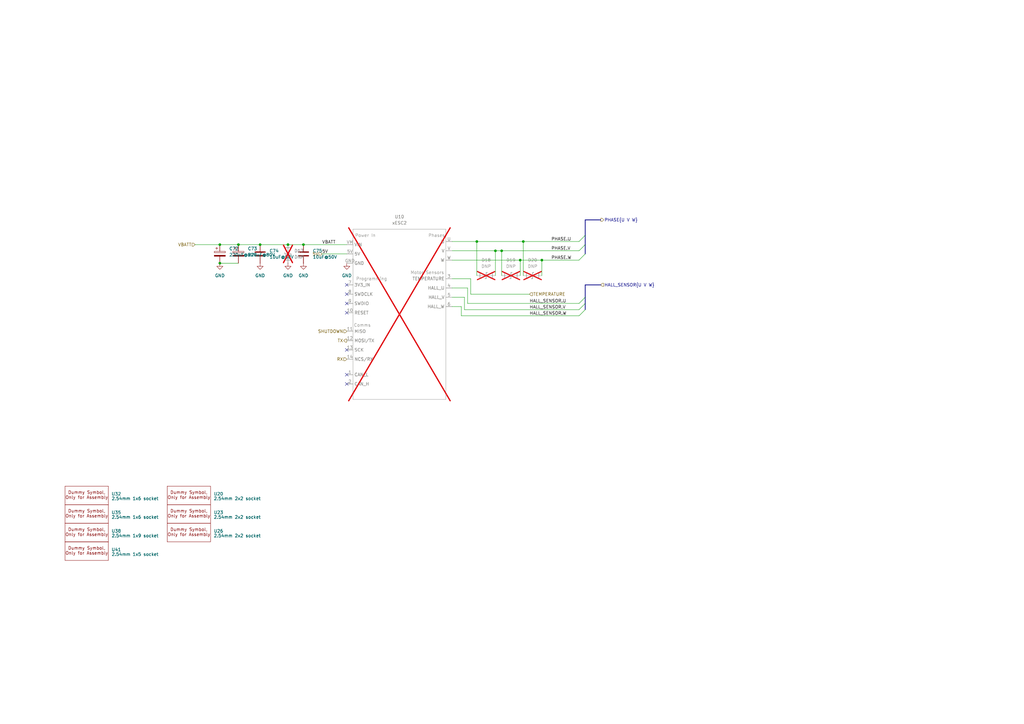
<source format=kicad_sch>
(kicad_sch (version 20250114) (generator "eeschema") (generator_version "9.0")
  (paper "A3")
  (title_block (title "OpenMower SABO Mainboard for Series I & II") (date "2025-02-26") (rev "v0.1") (company "Apeheanger <joerg@ebeling.ws> for OpenMower") (comment 1 "This design is licensed under CC BY-NC 4.0"))
  (lib_symbols
    (symbol "Device:C" (pin_numbers (hide yes)) (pin_names (offset 0.254))
      (property "Reference" "C" (at 0.635 2.54 0))
      (property "Value" "C" (at 0.635 -2.54 0))
      (symbol "C_0_1"
        (polyline (pts (xy -2.032 0.762) (xy 2.032 0.762)) (stroke (width 0.508)))
        (polyline (pts (xy -2.032 -0.762) (xy 2.032 -0.762)) (stroke (width 0.508)))
      )
      (symbol "C_1_1"
        (pin passive line (at 0 3.81 270) (length 2.794) (name "~") (number "1"))
        (pin passive line (at 0 -3.81 90) (length 2.794) (name "~") (number "2"))
      )
    )
    (symbol "Device:C_Polarized" (pin_numbers (hide yes)) (pin_names (offset 0.254))
      (property "Reference" "C" (at 0.635 2.54 0))
      (property "Value" "C_Polarized" (at 0.635 -2.54 0))
      (symbol "C_Polarized_0_1"
        (rectangle (start -2.286 0.508) (end 2.286 1.016))
        (polyline (pts (xy -1.778 2.286) (xy -0.762 2.286)))
        (polyline (pts (xy -1.27 2.794) (xy -1.27 1.778)))
        (rectangle (start 2.286 -0.508) (end -2.286 -1.016) (fill (type outline)))
      )
      (symbol "C_Polarized_1_1"
        (pin passive line (at 0 3.81 270) (length 2.794) (name "~") (number "1"))
        (pin passive line (at 0 -3.81 90) (length 2.794) (name "~") (number "2"))
      )
    )
    (symbol "Device:D_TVS" (pin_numbers (hide yes)) (pin_names (offset 1.016) (hide yes))
      (property "Reference" "D" (at 0 2.54 0))
      (property "Value" "D_TVS" (at 0 -2.54 0))
      (symbol "D_TVS_0_1"
        (polyline (pts (xy -2.54 1.27) (xy -2.54 -1.27) (xy 2.54 1.27) (xy 2.54 -1.27) (xy -2.54 1.27)) (stroke (width 0.254)))
        (polyline (pts (xy 0.508 1.27) (xy 0 1.27) (xy 0 -1.27) (xy -0.508 -1.27)) (stroke (width 0.254)))
        (polyline (pts (xy 1.27 0) (xy -1.27 0)))
      )
      (symbol "D_TVS_1_1"
        (pin passive line (at -3.81 0 0) (length 2.54) (name "A1") (number "1"))
        (pin passive line (at 3.81 0 180) (length 2.54) (name "A2") (number "2"))
      )
    )
    (symbol "power:GND" (power) (pin_numbers (hide yes)) (pin_names (offset 0) (hide yes))
      (property "Value" "GND" (at 0 -3.81 0))
      (symbol "GND_0_1"
        (polyline (pts (xy 0 0) (xy 0 -1.27) (xy 1.27 -1.27) (xy 0 -2.54) (xy -1.27 -1.27) (xy 0 -1.27)))
      )
      (symbol "GND_1_1"
        (pin power_in line (at 0 0 270) (length 0) (name "~") (number "1"))
      )
    )
    (symbol "xESC2:xESC2"
      (property "Reference" "U" (at -2.54 -22.86 0))
      (property "Value" "xESC2" (at -2.54 -25.4 0))
      (symbol "xESC2_0_0"
        (text "Comms" (at -17.78 10.16 0) (effects (font (size 1.27 1.27))))
        (text "Power In" (at -16.51 46.99 0) (effects (font (size 1.27 1.27))))
        (text "Programming" (at -13.97 29.21 0) (effects (font (size 1.27 1.27))))
        (text "Motor Sensors" (at 8.89 31.75 0) (effects (font (size 1.27 1.27))))
        (text "Phases" (at 12.7 46.99 0) (effects (font (size 1.27 1.27))))
      )
      (symbol "xESC2_0_1"
        (rectangle (start -21.59 49.53) (end 16.51 -20.32))
      )
      (symbol "xESC2_1_1"
        (pin input line (at -24.13 43.18 0) (length 2.54) (name "VIN") (number "VM"))
        (pin input line (at -24.13 39.37 0) (length 2.54) (name "5V") (number "5V"))
        (pin input line (at -24.13 35.56 0) (length 2.54) (name "GND") (number "GND"))
        (pin input line (at -24.13 26.67 0) (length 2.54) (name "3V3_IN") (number "7"))
        (pin input line (at -24.13 22.86 0) (length 2.54) (name "SWDCLK") (number "8"))
        (pin input line (at -24.13 19.05 0) (length 2.54) (name "SWDIO") (number "9"))
        (pin input line (at -24.13 15.24 0) (length 2.54) (name "RESET") (number "10"))
        (pin input line (at -24.13 7.62 0) (length 2.54) (name "MISO") (number "11"))
        (pin input line (at -24.13 3.81 0) (length 2.54) (name "MOSI/TX") (number "12"))
        (pin input line (at -24.13 0 0) (length 2.54) (name "SCK") (number "13"))
        (pin input line (at -24.13 -3.81 0) (length 2.54) (name "NCS/RX") (number "14"))
        (pin input line (at -24.13 -10.16 0) (length 2.54) (name "CAN_L") (number "1"))
        (pin input line (at -24.13 -13.97 0) (length 2.54) (name "CAN_H") (number "2"))
        (pin output line (at 19.05 44.45 180) (length 2.54) (name "U") (number "U"))
        (pin output line (at 19.05 40.64 180) (length 2.54) (name "V") (number "V"))
        (pin output line (at 19.05 36.83 180) (length 2.54) (name "W") (number "W"))
        (pin input line (at 19.05 29.21 180) (length 2.54) (name "TEMPERATURE") (number "3"))
        (pin input line (at 19.05 25.4 180) (length 2.54) (name "HALL_U") (number "4"))
        (pin input line (at 19.05 21.59 180) (length 2.54) (name "HALL_V") (number "5"))
        (pin input line (at 19.05 17.78 180) (length 2.54) (name "HALL_W") (number "6"))
      )
    )
    (symbol "xtech:Dummy"
      (property "Reference" "U" (at 0 0 0))
      (symbol "Dummy_0_1"
        (rectangle (start 0 7.62) (end 17.78 0))
      )
      (symbol "Dummy_1_1"
        (text "Dummy Symbol,\nOnly for Assembly" (at 8.89 4.064 0) (effects (font (size 1.27 1.27))))
      )
    )
  )
  (junction (at 203.2 102.87))
  (junction (at 124.46 100.33))
  (junction (at 118.11 100.33))
  (junction (at 106.68 100.33))
  (junction (at 97.79 100.33))
  (junction (at 214.63 99.06))
  (junction (at 195.58 99.06))
  (junction (at 205.74 102.87))
  (junction (at 90.17 100.33))
  (junction (at 213.36 106.68))
  (junction (at 222.25 106.68))
  (junction (at 90.17 107.95))
  (no_connect (at 142.24 120.65))
  (no_connect (at 142.24 153.67))
  (no_connect (at 142.24 143.51))
  (no_connect (at 142.24 128.27))
  (no_connect (at 142.24 116.84))
  (no_connect (at 142.24 124.46))
  (no_connect (at 142.24 157.48))
  (bus_entry (at 237.49 102.87) (size 2.54 -2.54))
  (bus_entry (at 237.49 127) (size 2.54 -2.54))
  (bus_entry (at 237.49 129.54) (size 2.54 -2.54))
  (bus_entry (at 237.49 99.06) (size 2.54 -2.54))
  (bus_entry (at 237.49 106.68) (size 2.54 -2.54))
  (bus_entry (at 237.49 124.46) (size 2.54 -2.54))
  (wire (pts (xy 205.74 102.87) (xy 205.74 113.03)))
  (wire (pts (xy 203.2 102.87) (xy 203.2 113.03)))
  (bus (pts (xy 240.03 116.84) (xy 246.38 116.84)))
  (wire (pts (xy 185.42 102.87) (xy 203.2 102.87)))
  (wire (pts (xy 189.23 125.73) (xy 189.23 129.54)))
  (bus (pts (xy 240.03 96.52) (xy 240.03 100.33)))
  (wire (pts (xy 214.63 99.06) (xy 237.49 99.06)))
  (wire (pts (xy 195.58 99.06) (xy 214.63 99.06)))
  (wire (pts (xy 132.08 104.14) (xy 142.24 104.14)))
  (wire (pts (xy 203.2 102.87) (xy 205.74 102.87)))
  (wire (pts (xy 90.17 100.33) (xy 97.79 100.33)))
  (wire (pts (xy 222.25 106.68) (xy 237.49 106.68)))
  (wire (pts (xy 80.01 100.33) (xy 90.17 100.33)))
  (wire (pts (xy 191.77 118.11) (xy 191.77 124.46)))
  (wire (pts (xy 214.63 99.06) (xy 214.63 113.03)))
  (wire (pts (xy 185.42 125.73) (xy 189.23 125.73)))
  (wire (pts (xy 190.5 127) (xy 237.49 127)))
  (wire (pts (xy 189.23 129.54) (xy 237.49 129.54)))
  (bus (pts (xy 240.03 121.92) (xy 240.03 116.84)))
  (wire (pts (xy 97.79 100.33) (xy 106.68 100.33)))
  (wire (pts (xy 185.42 106.68) (xy 213.36 106.68)))
  (wire (pts (xy 222.25 106.68) (xy 222.25 113.03)))
  (bus (pts (xy 240.03 127) (xy 240.03 124.46)))
  (wire (pts (xy 124.46 100.33) (xy 142.24 100.33)))
  (bus (pts (xy 246.38 90.17) (xy 240.03 90.17)))
  (wire (pts (xy 118.11 100.33) (xy 124.46 100.33)))
  (wire (pts (xy 106.68 100.33) (xy 118.11 100.33)))
  (wire (pts (xy 190.5 121.92) (xy 190.5 127)))
  (wire (pts (xy 185.42 99.06) (xy 195.58 99.06)))
  (wire (pts (xy 195.58 99.06) (xy 195.58 113.03)))
  (wire (pts (xy 213.36 113.03) (xy 213.36 106.68)))
  (bus (pts (xy 240.03 100.33) (xy 240.03 104.14)))
  (wire (pts (xy 191.77 124.46) (xy 237.49 124.46)))
  (wire (pts (xy 193.04 114.3) (xy 193.04 120.65)))
  (wire (pts (xy 185.42 114.3) (xy 193.04 114.3)))
  (bus (pts (xy 240.03 90.17) (xy 240.03 96.52)))
  (wire (pts (xy 90.17 107.95) (xy 97.79 107.95)))
  (wire (pts (xy 185.42 121.92) (xy 190.5 121.92)))
  (bus (pts (xy 240.03 124.46) (xy 240.03 121.92)))
  (wire (pts (xy 213.36 106.68) (xy 222.25 106.68)))
  (wire (pts (xy 193.04 120.65) (xy 217.17 120.65)))
  (wire (pts (xy 205.74 102.87) (xy 237.49 102.87)))
  (wire (pts (xy 185.42 118.11) (xy 191.77 118.11)))
  (label "HALL_SENSOR.W" (at 217.17 129.54 0))
  (label "PHASE.W" (at 226.06 106.68 0))
  (label "HALL_SENSOR.U" (at 217.17 124.46 0))
  (label "5V" (at 132.08 104.14 0))
  (label "PHASE.V" (at 226.06 102.87 0))
  (label "PHASE.U" (at 226.06 99.06 0))
  (label "VBATT" (at 132.08 100.33 0))
  (label "HALL_SENSOR.V" (at 217.17 127 0))
  (hierarchical_label "PHASE{U V W}" (shape output) (at 246.38 90.17 0))
  (hierarchical_label "5V" (shape input) (at 132.08 104.14 180))
  (hierarchical_label "RX" (shape input) (at 142.24 147.32 180))
  (hierarchical_label "HALL_SENSOR{U V W}" (shape input) (at 246.38 116.84 0))
  (hierarchical_label "TEMPERATURE" (shape input) (at 217.17 120.65 0))
  (hierarchical_label "VBATT" (shape input) (at 80.01 100.33 180))
  (hierarchical_label "SHUTDOWN" (shape input) (at 142.24 135.89 180))
  (hierarchical_label "TX" (shape output) (at 142.24 139.7 180))
  (symbol (lib_id "xtech:Dummy") (at 26.67 229.87 0) (unit 1)
    (property "Reference" "U39" (at 45.72 225.4249 0) (effects (justify left)))
    (property "Value" "2.54mm 1x5 socket" (at 45.72 227.33 0) (effects (justify left)))
    (property "Footprint" "xtech:Dummy" (effects (hide yes)))
    (property "JLC" "C7509517" (effects (hide yes)))
    (instances (project "hw-openmower-sabo" (path "" (reference "U41") (unit 1)) (path "" (reference "U39") (unit 1)) (path "" (reference "U40") (unit 1))))
  )
  (symbol (lib_id "Device:D_TVS") (at 118.11 104.14 90) (unit 1) (dnp yes)
    (property "Reference" "D7" (at 120.65 102.8699 90) (effects (justify right)))
    (property "Value" "DNP" (at 120.65 105.4099 90) (effects (justify right)))
    (property "Footprint" "Diode_SMD:D_SMA" (effects (hide yes)))
    (property "DNP" "Y" (effects (hide yes)))
    (instances (project "hw-openmower-sabo" (path "" (reference "D17") (unit 1)) (path "" (reference "D7") (unit 1)) (path "" (reference "D11") (unit 1))))
  )
  (symbol (lib_id "xESC2:xESC2") (at 166.37 143.51 0) (unit 1) (dnp yes)
    (property "Reference" "U8" (at 163.83 88.9 0))
    (property "Value" "xESC2" (at 163.83 91.44 0))
    (property "Footprint" "xtech:xESC2-mini" (effects (hide yes)))
    (instances (project "hw-openmower-sabo" (path "" (reference "U10") (unit 1)) (path "" (reference "U8") (unit 1)) (path "" (reference "U9") (unit 1))))
  )
  (symbol (lib_id "Device:D_TVS") (at 218.44 113.03 180) (unit 1) (dnp yes)
    (property "Reference" "D10" (at 218.44 106.68 0))
    (property "Value" "DNP" (at 218.44 109.22 0))
    (property "Footprint" "Diode_SMD:D_SMB" (effects (hide yes)))
    (property "DNP" "Y" (effects (hide yes)))
    (instances (project "hw-openmower-sabo" (path "" (reference "D20") (unit 1)) (path "" (reference "D10") (unit 1)) (path "" (reference "D14") (unit 1))))
  )
  (symbol (lib_id "xtech:Dummy") (at 68.58 207.01 0) (unit 1)
    (property "Reference" "U18" (at 87.63 202.5649 0) (effects (justify left)))
    (property "Value" "2.54mm 2x2 socket" (at 87.63 204.47 0) (effects (justify left)))
    (property "Footprint" "xtech:Dummy" (effects (hide yes)))
    (property "JLC" "C92273" (effects (hide yes)))
    (instances (project "hw-openmower-sabo" (path "" (reference "U20") (unit 1)) (path "" (reference "U18") (unit 1)) (path "" (reference "U19") (unit 1))))
  )
  (symbol (lib_id "Device:C") (at 124.46 104.14 0) (unit 1)
    (property "Reference" "C67" (at 128.27 102.8699 0) (effects (justify left)))
    (property "Value" "10uF@50V" (at 128.27 105.4099 0) (effects (justify left)))
    (property "Footprint" "Capacitor_SMD:C_1206_3216Metric" (effects (hide yes)))
    (property "Description" "Unpolarized capacitor" (effects (hide yes)))
    (property "JLC" "C13585" (effects (hide yes)))
    (instances (project "hw-openmower-sabo" (path "" (reference "C75") (unit 1)) (path "" (reference "C67") (unit 1)) (path "" (reference "C71") (unit 1))))
  )
  (symbol (lib_id "xtech:Dummy") (at 26.67 222.25 0) (unit 1)
    (property "Reference" "U36" (at 45.72 217.8049 0) (effects (justify left)))
    (property "Value" "2.54mm 1x9 socket" (at 45.72 219.71 0) (effects (justify left)))
    (property "Footprint" "xtech:Dummy" (effects (hide yes)))
    (property "JLC" "C7509520" (effects (hide yes)))
    (instances (project "hw-openmower-sabo" (path "" (reference "U38") (unit 1)) (path "" (reference "U36") (unit 1)) (path "" (reference "U37") (unit 1))))
  )
  (symbol (lib_id "power:GND") (at 142.24 107.95 0) (unit 1)
    (property "Reference" "#PWR0125" (effects (hide yes)))
    (property "Value" "GND" (at 142.24 113.03 0))
    (property "Description" "Power symbol creates a global label with name \"GND\" , ground" (effects (hide yes)))
    (instances (project "hw-openmower-sabo" (path "" (reference "#PWR0137") (unit 1)) (path "" (reference "#PWR0125") (unit 1)) (path "" (reference "#PWR0131") (unit 1))))
  )
  (symbol (lib_id "xtech:Dummy") (at 26.67 214.63 0) (unit 1)
    (property "Reference" "U33" (at 45.72 210.1849 0) (effects (justify left)))
    (property "Value" "2.54mm 1x6 socket" (at 45.72 212.09 0) (effects (justify left)))
    (property "Footprint" "xtech:Dummy" (effects (hide yes)))
    (property "JLC" "C7509518" (effects (hide yes)))
    (instances (project "hw-openmower-sabo" (path "" (reference "U35") (unit 1)) (path "" (reference "U33") (unit 1)) (path "" (reference "U34") (unit 1))))
  )
  (symbol (lib_id "xtech:Dummy") (at 26.67 207.01 0) (unit 1)
    (property "Reference" "U30" (at 45.72 202.5649 0) (effects (justify left)))
    (property "Value" "2.54mm 1x6 socket" (at 45.72 204.47 0) (effects (justify left)))
    (property "Footprint" "xtech:Dummy" (effects (hide yes)))
    (property "JLC" "C7509518" (effects (hide yes)))
    (instances (project "hw-openmower-sabo" (path "" (reference "U32") (unit 1)) (path "" (reference "U30") (unit 1)) (path "" (reference "U31") (unit 1))))
  )
  (symbol (lib_id "xtech:Dummy") (at 68.58 214.63 0) (unit 1)
    (property "Reference" "U21" (at 87.63 210.1849 0) (effects (justify left)))
    (property "Value" "2.54mm 2x2 socket" (at 87.63 212.09 0) (effects (justify left)))
    (property "Footprint" "xtech:Dummy" (effects (hide yes)))
    (property "JLC" "C92273" (effects (hide yes)))
    (instances (project "hw-openmower-sabo" (path "" (reference "U23") (unit 1)) (path "" (reference "U21") (unit 1)) (path "" (reference "U22") (unit 1))))
  )
  (symbol (lib_id "power:GND") (at 106.68 107.95 0) (unit 1)
    (property "Reference" "#PWR0122" (effects (hide yes)))
    (property "Value" "GND" (at 106.68 113.03 0))
    (property "Description" "Power symbol creates a global label with name \"GND\" , ground" (effects (hide yes)))
    (instances (project "hw-openmower-sabo" (path "" (reference "#PWR0134") (unit 1)) (path "" (reference "#PWR0122") (unit 1)) (path "" (reference "#PWR0128") (unit 1))))
  )
  (symbol (lib_id "Device:C_Polarized") (at 90.17 104.14 0) (unit 1)
    (property "Reference" "C64" (at 93.98 101.9809 0) (effects (justify left)))
    (property "Value" "220uF@80V" (at 93.98 104.5209 0) (effects (justify left)))
    (property "Footprint" "Capacitor_THT:CP_Radial_D10.0mm_P5.00mm" (effects (hide yes)))
    (property "Description" "Polarized capacitor" (effects (hide yes)))
    (property "JLC" "C106516" (effects (hide yes)))
    (instances (project "hw-openmower-sabo" (path "" (reference "C72") (unit 1)) (path "" (reference "C64") (unit 1)) (path "" (reference "C68") (unit 1))))
  )
  (symbol (lib_id "Device:D_TVS") (at 199.39 113.03 180) (unit 1) (dnp yes)
    (property "Reference" "D8" (at 199.39 106.68 0))
    (property "Value" "DNP" (at 199.39 109.22 0))
    (property "Footprint" "Diode_SMD:D_SMB" (effects (hide yes)))
    (property "DNP" "Y" (effects (hide yes)))
    (instances (project "hw-openmower-sabo" (path "" (reference "D18") (unit 1)) (path "" (reference "D8") (unit 1)) (path "" (reference "D12") (unit 1))))
  )
  (symbol (lib_id "Device:C") (at 106.68 104.14 0) (unit 1)
    (property "Reference" "C66" (at 110.49 102.8699 0) (effects (justify left)))
    (property "Value" "10uF@50V" (at 110.49 105.4099 0) (effects (justify left)))
    (property "Footprint" "Capacitor_SMD:C_1206_3216Metric" (effects (hide yes)))
    (property "Description" "Unpolarized capacitor" (effects (hide yes)))
    (property "JLC" "C13585" (effects (hide yes)))
    (instances (project "hw-openmower-sabo" (path "" (reference "C74") (unit 1)) (path "" (reference "C66") (unit 1)) (path "" (reference "C70") (unit 1))))
  )
  (symbol (lib_id "Device:C_Polarized") (at 97.79 104.14 0) (unit 1)
    (property "Reference" "C65" (at 101.6 101.9809 0) (effects (justify left)))
    (property "Value" "220uF@80V" (at 101.6 104.5209 0) (effects (justify left)))
    (property "Footprint" "Capacitor_THT:CP_Radial_D10.0mm_P5.00mm" (effects (hide yes)))
    (property "Description" "Polarized capacitor" (effects (hide yes)))
    (property "JLC" "C106516" (effects (hide yes)))
    (instances (project "hw-openmower-sabo" (path "" (reference "C73") (unit 1)) (path "" (reference "C65") (unit 1)) (path "" (reference "C69") (unit 1))))
  )
  (symbol (lib_id "xtech:Dummy") (at 68.58 222.25 0) (unit 1)
    (property "Reference" "U24" (at 87.63 217.8049 0) (effects (justify left)))
    (property "Value" "2.54mm 2x2 socket" (at 87.63 219.71 0) (effects (justify left)))
    (property "Footprint" "xtech:Dummy" (effects (hide yes)))
    (property "JLC" "C92273" (effects (hide yes)))
    (instances (project "hw-openmower-sabo" (path "" (reference "U26") (unit 1)) (path "" (reference "U24") (unit 1)) (path "" (reference "U25") (unit 1))))
  )
  (symbol (lib_id "power:GND") (at 124.46 107.95 0) (unit 1)
    (property "Reference" "#PWR0124" (effects (hide yes)))
    (property "Value" "GND" (at 124.46 113.03 0))
    (property "Description" "Power symbol creates a global label with name \"GND\" , ground" (effects (hide yes)))
    (instances (project "hw-openmower-sabo" (path "" (reference "#PWR0136") (unit 1)) (path "" (reference "#PWR0124") (unit 1)) (path "" (reference "#PWR0130") (unit 1))))
  )
  (symbol (lib_id "power:GND") (at 118.11 107.95 0) (unit 1)
    (property "Reference" "#PWR0123" (effects (hide yes)))
    (property "Value" "GND" (at 118.11 113.03 0))
    (property "Description" "Power symbol creates a global label with name \"GND\" , ground" (effects (hide yes)))
    (instances (project "hw-openmower-sabo" (path "" (reference "#PWR0135") (unit 1)) (path "" (reference "#PWR0123") (unit 1)) (path "" (reference "#PWR0129") (unit 1))))
  )
  (symbol (lib_id "power:GND") (at 90.17 107.95 0) (unit 1)
    (property "Reference" "#PWR0121" (effects (hide yes)))
    (property "Value" "GND" (at 90.17 113.03 0))
    (property "Description" "Power symbol creates a global label with name \"GND\" , ground" (effects (hide yes)))
    (instances (project "hw-openmower-sabo" (path "" (reference "#PWR0133") (unit 1)) (path "" (reference "#PWR0121") (unit 1)) (path "" (reference "#PWR0127") (unit 1))))
  )
  (symbol (lib_id "Device:D_TVS") (at 209.55 113.03 180) (unit 1) (dnp yes)
    (property "Reference" "D9" (at 209.55 106.68 0))
    (property "Value" "DNP" (at 209.55 109.22 0))
    (property "Footprint" "Diode_SMD:D_SMB" (effects (hide yes)))
    (property "DNP" "Y" (effects (hide yes)))
    (instances (project "hw-openmower-sabo" (path "" (reference "D19") (unit 1)) (path "" (reference "D9") (unit 1)) (path "" (reference "D13") (unit 1))))
  )
)
</source>
